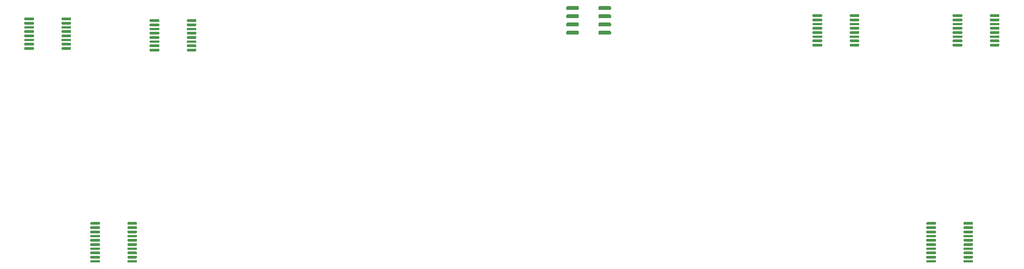
<source format=gbp>
G04 #@! TF.GenerationSoftware,KiCad,Pcbnew,5.1.10*
G04 #@! TF.CreationDate,2021-06-20T21:29:18-04:00*
G04 #@! TF.ProjectId,EVE-PCB-V4,4556452d-5043-4422-9d56-342e6b696361,rev?*
G04 #@! TF.SameCoordinates,Original*
G04 #@! TF.FileFunction,Paste,Bot*
G04 #@! TF.FilePolarity,Positive*
%FSLAX46Y46*%
G04 Gerber Fmt 4.6, Leading zero omitted, Abs format (unit mm)*
G04 Created by KiCad (PCBNEW 5.1.10) date 2021-06-20 21:29:18*
%MOMM*%
%LPD*%
G01*
G04 APERTURE LIST*
G04 APERTURE END LIST*
G36*
G01*
X150220000Y-48283000D02*
X150220000Y-47983000D01*
G75*
G02*
X150370000Y-47833000I150000J0D01*
G01*
X152020000Y-47833000D01*
G75*
G02*
X152170000Y-47983000I0J-150000D01*
G01*
X152170000Y-48283000D01*
G75*
G02*
X152020000Y-48433000I-150000J0D01*
G01*
X150370000Y-48433000D01*
G75*
G02*
X150220000Y-48283000I0J150000D01*
G01*
G37*
G36*
G01*
X150220000Y-47013000D02*
X150220000Y-46713000D01*
G75*
G02*
X150370000Y-46563000I150000J0D01*
G01*
X152020000Y-46563000D01*
G75*
G02*
X152170000Y-46713000I0J-150000D01*
G01*
X152170000Y-47013000D01*
G75*
G02*
X152020000Y-47163000I-150000J0D01*
G01*
X150370000Y-47163000D01*
G75*
G02*
X150220000Y-47013000I0J150000D01*
G01*
G37*
G36*
G01*
X150220000Y-45743000D02*
X150220000Y-45443000D01*
G75*
G02*
X150370000Y-45293000I150000J0D01*
G01*
X152020000Y-45293000D01*
G75*
G02*
X152170000Y-45443000I0J-150000D01*
G01*
X152170000Y-45743000D01*
G75*
G02*
X152020000Y-45893000I-150000J0D01*
G01*
X150370000Y-45893000D01*
G75*
G02*
X150220000Y-45743000I0J150000D01*
G01*
G37*
G36*
G01*
X150220000Y-44473000D02*
X150220000Y-44173000D01*
G75*
G02*
X150370000Y-44023000I150000J0D01*
G01*
X152020000Y-44023000D01*
G75*
G02*
X152170000Y-44173000I0J-150000D01*
G01*
X152170000Y-44473000D01*
G75*
G02*
X152020000Y-44623000I-150000J0D01*
G01*
X150370000Y-44623000D01*
G75*
G02*
X150220000Y-44473000I0J150000D01*
G01*
G37*
G36*
G01*
X155170000Y-44473000D02*
X155170000Y-44173000D01*
G75*
G02*
X155320000Y-44023000I150000J0D01*
G01*
X156970000Y-44023000D01*
G75*
G02*
X157120000Y-44173000I0J-150000D01*
G01*
X157120000Y-44473000D01*
G75*
G02*
X156970000Y-44623000I-150000J0D01*
G01*
X155320000Y-44623000D01*
G75*
G02*
X155170000Y-44473000I0J150000D01*
G01*
G37*
G36*
G01*
X155170000Y-45743000D02*
X155170000Y-45443000D01*
G75*
G02*
X155320000Y-45293000I150000J0D01*
G01*
X156970000Y-45293000D01*
G75*
G02*
X157120000Y-45443000I0J-150000D01*
G01*
X157120000Y-45743000D01*
G75*
G02*
X156970000Y-45893000I-150000J0D01*
G01*
X155320000Y-45893000D01*
G75*
G02*
X155170000Y-45743000I0J150000D01*
G01*
G37*
G36*
G01*
X155170000Y-47013000D02*
X155170000Y-46713000D01*
G75*
G02*
X155320000Y-46563000I150000J0D01*
G01*
X156970000Y-46563000D01*
G75*
G02*
X157120000Y-46713000I0J-150000D01*
G01*
X157120000Y-47013000D01*
G75*
G02*
X156970000Y-47163000I-150000J0D01*
G01*
X155320000Y-47163000D01*
G75*
G02*
X155170000Y-47013000I0J150000D01*
G01*
G37*
G36*
G01*
X155170000Y-48283000D02*
X155170000Y-47983000D01*
G75*
G02*
X155320000Y-47833000I150000J0D01*
G01*
X156970000Y-47833000D01*
G75*
G02*
X157120000Y-47983000I0J-150000D01*
G01*
X157120000Y-48283000D01*
G75*
G02*
X156970000Y-48433000I-150000J0D01*
G01*
X155320000Y-48433000D01*
G75*
G02*
X155170000Y-48283000I0J150000D01*
G01*
G37*
G36*
G01*
X66758000Y-50635000D02*
X66758000Y-50435000D01*
G75*
G02*
X66858000Y-50335000I100000J0D01*
G01*
X68133000Y-50335000D01*
G75*
G02*
X68233000Y-50435000I0J-100000D01*
G01*
X68233000Y-50635000D01*
G75*
G02*
X68133000Y-50735000I-100000J0D01*
G01*
X66858000Y-50735000D01*
G75*
G02*
X66758000Y-50635000I0J100000D01*
G01*
G37*
G36*
G01*
X66758000Y-49985000D02*
X66758000Y-49785000D01*
G75*
G02*
X66858000Y-49685000I100000J0D01*
G01*
X68133000Y-49685000D01*
G75*
G02*
X68233000Y-49785000I0J-100000D01*
G01*
X68233000Y-49985000D01*
G75*
G02*
X68133000Y-50085000I-100000J0D01*
G01*
X66858000Y-50085000D01*
G75*
G02*
X66758000Y-49985000I0J100000D01*
G01*
G37*
G36*
G01*
X66758000Y-49335000D02*
X66758000Y-49135000D01*
G75*
G02*
X66858000Y-49035000I100000J0D01*
G01*
X68133000Y-49035000D01*
G75*
G02*
X68233000Y-49135000I0J-100000D01*
G01*
X68233000Y-49335000D01*
G75*
G02*
X68133000Y-49435000I-100000J0D01*
G01*
X66858000Y-49435000D01*
G75*
G02*
X66758000Y-49335000I0J100000D01*
G01*
G37*
G36*
G01*
X66758000Y-48685000D02*
X66758000Y-48485000D01*
G75*
G02*
X66858000Y-48385000I100000J0D01*
G01*
X68133000Y-48385000D01*
G75*
G02*
X68233000Y-48485000I0J-100000D01*
G01*
X68233000Y-48685000D01*
G75*
G02*
X68133000Y-48785000I-100000J0D01*
G01*
X66858000Y-48785000D01*
G75*
G02*
X66758000Y-48685000I0J100000D01*
G01*
G37*
G36*
G01*
X66758000Y-48035000D02*
X66758000Y-47835000D01*
G75*
G02*
X66858000Y-47735000I100000J0D01*
G01*
X68133000Y-47735000D01*
G75*
G02*
X68233000Y-47835000I0J-100000D01*
G01*
X68233000Y-48035000D01*
G75*
G02*
X68133000Y-48135000I-100000J0D01*
G01*
X66858000Y-48135000D01*
G75*
G02*
X66758000Y-48035000I0J100000D01*
G01*
G37*
G36*
G01*
X66758000Y-47385000D02*
X66758000Y-47185000D01*
G75*
G02*
X66858000Y-47085000I100000J0D01*
G01*
X68133000Y-47085000D01*
G75*
G02*
X68233000Y-47185000I0J-100000D01*
G01*
X68233000Y-47385000D01*
G75*
G02*
X68133000Y-47485000I-100000J0D01*
G01*
X66858000Y-47485000D01*
G75*
G02*
X66758000Y-47385000I0J100000D01*
G01*
G37*
G36*
G01*
X66758000Y-46735000D02*
X66758000Y-46535000D01*
G75*
G02*
X66858000Y-46435000I100000J0D01*
G01*
X68133000Y-46435000D01*
G75*
G02*
X68233000Y-46535000I0J-100000D01*
G01*
X68233000Y-46735000D01*
G75*
G02*
X68133000Y-46835000I-100000J0D01*
G01*
X66858000Y-46835000D01*
G75*
G02*
X66758000Y-46735000I0J100000D01*
G01*
G37*
G36*
G01*
X66758000Y-46085000D02*
X66758000Y-45885000D01*
G75*
G02*
X66858000Y-45785000I100000J0D01*
G01*
X68133000Y-45785000D01*
G75*
G02*
X68233000Y-45885000I0J-100000D01*
G01*
X68233000Y-46085000D01*
G75*
G02*
X68133000Y-46185000I-100000J0D01*
G01*
X66858000Y-46185000D01*
G75*
G02*
X66758000Y-46085000I0J100000D01*
G01*
G37*
G36*
G01*
X72483000Y-46085000D02*
X72483000Y-45885000D01*
G75*
G02*
X72583000Y-45785000I100000J0D01*
G01*
X73858000Y-45785000D01*
G75*
G02*
X73958000Y-45885000I0J-100000D01*
G01*
X73958000Y-46085000D01*
G75*
G02*
X73858000Y-46185000I-100000J0D01*
G01*
X72583000Y-46185000D01*
G75*
G02*
X72483000Y-46085000I0J100000D01*
G01*
G37*
G36*
G01*
X72483000Y-46735000D02*
X72483000Y-46535000D01*
G75*
G02*
X72583000Y-46435000I100000J0D01*
G01*
X73858000Y-46435000D01*
G75*
G02*
X73958000Y-46535000I0J-100000D01*
G01*
X73958000Y-46735000D01*
G75*
G02*
X73858000Y-46835000I-100000J0D01*
G01*
X72583000Y-46835000D01*
G75*
G02*
X72483000Y-46735000I0J100000D01*
G01*
G37*
G36*
G01*
X72483000Y-47385000D02*
X72483000Y-47185000D01*
G75*
G02*
X72583000Y-47085000I100000J0D01*
G01*
X73858000Y-47085000D01*
G75*
G02*
X73958000Y-47185000I0J-100000D01*
G01*
X73958000Y-47385000D01*
G75*
G02*
X73858000Y-47485000I-100000J0D01*
G01*
X72583000Y-47485000D01*
G75*
G02*
X72483000Y-47385000I0J100000D01*
G01*
G37*
G36*
G01*
X72483000Y-48035000D02*
X72483000Y-47835000D01*
G75*
G02*
X72583000Y-47735000I100000J0D01*
G01*
X73858000Y-47735000D01*
G75*
G02*
X73958000Y-47835000I0J-100000D01*
G01*
X73958000Y-48035000D01*
G75*
G02*
X73858000Y-48135000I-100000J0D01*
G01*
X72583000Y-48135000D01*
G75*
G02*
X72483000Y-48035000I0J100000D01*
G01*
G37*
G36*
G01*
X72483000Y-48685000D02*
X72483000Y-48485000D01*
G75*
G02*
X72583000Y-48385000I100000J0D01*
G01*
X73858000Y-48385000D01*
G75*
G02*
X73958000Y-48485000I0J-100000D01*
G01*
X73958000Y-48685000D01*
G75*
G02*
X73858000Y-48785000I-100000J0D01*
G01*
X72583000Y-48785000D01*
G75*
G02*
X72483000Y-48685000I0J100000D01*
G01*
G37*
G36*
G01*
X72483000Y-49335000D02*
X72483000Y-49135000D01*
G75*
G02*
X72583000Y-49035000I100000J0D01*
G01*
X73858000Y-49035000D01*
G75*
G02*
X73958000Y-49135000I0J-100000D01*
G01*
X73958000Y-49335000D01*
G75*
G02*
X73858000Y-49435000I-100000J0D01*
G01*
X72583000Y-49435000D01*
G75*
G02*
X72483000Y-49335000I0J100000D01*
G01*
G37*
G36*
G01*
X72483000Y-49985000D02*
X72483000Y-49785000D01*
G75*
G02*
X72583000Y-49685000I100000J0D01*
G01*
X73858000Y-49685000D01*
G75*
G02*
X73958000Y-49785000I0J-100000D01*
G01*
X73958000Y-49985000D01*
G75*
G02*
X73858000Y-50085000I-100000J0D01*
G01*
X72583000Y-50085000D01*
G75*
G02*
X72483000Y-49985000I0J100000D01*
G01*
G37*
G36*
G01*
X72483000Y-50635000D02*
X72483000Y-50435000D01*
G75*
G02*
X72583000Y-50335000I100000J0D01*
G01*
X73858000Y-50335000D01*
G75*
G02*
X73958000Y-50435000I0J-100000D01*
G01*
X73958000Y-50635000D01*
G75*
G02*
X73858000Y-50735000I-100000J0D01*
G01*
X72583000Y-50735000D01*
G75*
G02*
X72483000Y-50635000I0J100000D01*
G01*
G37*
G36*
G01*
X188170000Y-50127000D02*
X188170000Y-49927000D01*
G75*
G02*
X188270000Y-49827000I100000J0D01*
G01*
X189545000Y-49827000D01*
G75*
G02*
X189645000Y-49927000I0J-100000D01*
G01*
X189645000Y-50127000D01*
G75*
G02*
X189545000Y-50227000I-100000J0D01*
G01*
X188270000Y-50227000D01*
G75*
G02*
X188170000Y-50127000I0J100000D01*
G01*
G37*
G36*
G01*
X188170000Y-49477000D02*
X188170000Y-49277000D01*
G75*
G02*
X188270000Y-49177000I100000J0D01*
G01*
X189545000Y-49177000D01*
G75*
G02*
X189645000Y-49277000I0J-100000D01*
G01*
X189645000Y-49477000D01*
G75*
G02*
X189545000Y-49577000I-100000J0D01*
G01*
X188270000Y-49577000D01*
G75*
G02*
X188170000Y-49477000I0J100000D01*
G01*
G37*
G36*
G01*
X188170000Y-48827000D02*
X188170000Y-48627000D01*
G75*
G02*
X188270000Y-48527000I100000J0D01*
G01*
X189545000Y-48527000D01*
G75*
G02*
X189645000Y-48627000I0J-100000D01*
G01*
X189645000Y-48827000D01*
G75*
G02*
X189545000Y-48927000I-100000J0D01*
G01*
X188270000Y-48927000D01*
G75*
G02*
X188170000Y-48827000I0J100000D01*
G01*
G37*
G36*
G01*
X188170000Y-48177000D02*
X188170000Y-47977000D01*
G75*
G02*
X188270000Y-47877000I100000J0D01*
G01*
X189545000Y-47877000D01*
G75*
G02*
X189645000Y-47977000I0J-100000D01*
G01*
X189645000Y-48177000D01*
G75*
G02*
X189545000Y-48277000I-100000J0D01*
G01*
X188270000Y-48277000D01*
G75*
G02*
X188170000Y-48177000I0J100000D01*
G01*
G37*
G36*
G01*
X188170000Y-47527000D02*
X188170000Y-47327000D01*
G75*
G02*
X188270000Y-47227000I100000J0D01*
G01*
X189545000Y-47227000D01*
G75*
G02*
X189645000Y-47327000I0J-100000D01*
G01*
X189645000Y-47527000D01*
G75*
G02*
X189545000Y-47627000I-100000J0D01*
G01*
X188270000Y-47627000D01*
G75*
G02*
X188170000Y-47527000I0J100000D01*
G01*
G37*
G36*
G01*
X188170000Y-46877000D02*
X188170000Y-46677000D01*
G75*
G02*
X188270000Y-46577000I100000J0D01*
G01*
X189545000Y-46577000D01*
G75*
G02*
X189645000Y-46677000I0J-100000D01*
G01*
X189645000Y-46877000D01*
G75*
G02*
X189545000Y-46977000I-100000J0D01*
G01*
X188270000Y-46977000D01*
G75*
G02*
X188170000Y-46877000I0J100000D01*
G01*
G37*
G36*
G01*
X188170000Y-46227000D02*
X188170000Y-46027000D01*
G75*
G02*
X188270000Y-45927000I100000J0D01*
G01*
X189545000Y-45927000D01*
G75*
G02*
X189645000Y-46027000I0J-100000D01*
G01*
X189645000Y-46227000D01*
G75*
G02*
X189545000Y-46327000I-100000J0D01*
G01*
X188270000Y-46327000D01*
G75*
G02*
X188170000Y-46227000I0J100000D01*
G01*
G37*
G36*
G01*
X188170000Y-45577000D02*
X188170000Y-45377000D01*
G75*
G02*
X188270000Y-45277000I100000J0D01*
G01*
X189545000Y-45277000D01*
G75*
G02*
X189645000Y-45377000I0J-100000D01*
G01*
X189645000Y-45577000D01*
G75*
G02*
X189545000Y-45677000I-100000J0D01*
G01*
X188270000Y-45677000D01*
G75*
G02*
X188170000Y-45577000I0J100000D01*
G01*
G37*
G36*
G01*
X193895000Y-45577000D02*
X193895000Y-45377000D01*
G75*
G02*
X193995000Y-45277000I100000J0D01*
G01*
X195270000Y-45277000D01*
G75*
G02*
X195370000Y-45377000I0J-100000D01*
G01*
X195370000Y-45577000D01*
G75*
G02*
X195270000Y-45677000I-100000J0D01*
G01*
X193995000Y-45677000D01*
G75*
G02*
X193895000Y-45577000I0J100000D01*
G01*
G37*
G36*
G01*
X193895000Y-46227000D02*
X193895000Y-46027000D01*
G75*
G02*
X193995000Y-45927000I100000J0D01*
G01*
X195270000Y-45927000D01*
G75*
G02*
X195370000Y-46027000I0J-100000D01*
G01*
X195370000Y-46227000D01*
G75*
G02*
X195270000Y-46327000I-100000J0D01*
G01*
X193995000Y-46327000D01*
G75*
G02*
X193895000Y-46227000I0J100000D01*
G01*
G37*
G36*
G01*
X193895000Y-46877000D02*
X193895000Y-46677000D01*
G75*
G02*
X193995000Y-46577000I100000J0D01*
G01*
X195270000Y-46577000D01*
G75*
G02*
X195370000Y-46677000I0J-100000D01*
G01*
X195370000Y-46877000D01*
G75*
G02*
X195270000Y-46977000I-100000J0D01*
G01*
X193995000Y-46977000D01*
G75*
G02*
X193895000Y-46877000I0J100000D01*
G01*
G37*
G36*
G01*
X193895000Y-47527000D02*
X193895000Y-47327000D01*
G75*
G02*
X193995000Y-47227000I100000J0D01*
G01*
X195270000Y-47227000D01*
G75*
G02*
X195370000Y-47327000I0J-100000D01*
G01*
X195370000Y-47527000D01*
G75*
G02*
X195270000Y-47627000I-100000J0D01*
G01*
X193995000Y-47627000D01*
G75*
G02*
X193895000Y-47527000I0J100000D01*
G01*
G37*
G36*
G01*
X193895000Y-48177000D02*
X193895000Y-47977000D01*
G75*
G02*
X193995000Y-47877000I100000J0D01*
G01*
X195270000Y-47877000D01*
G75*
G02*
X195370000Y-47977000I0J-100000D01*
G01*
X195370000Y-48177000D01*
G75*
G02*
X195270000Y-48277000I-100000J0D01*
G01*
X193995000Y-48277000D01*
G75*
G02*
X193895000Y-48177000I0J100000D01*
G01*
G37*
G36*
G01*
X193895000Y-48827000D02*
X193895000Y-48627000D01*
G75*
G02*
X193995000Y-48527000I100000J0D01*
G01*
X195270000Y-48527000D01*
G75*
G02*
X195370000Y-48627000I0J-100000D01*
G01*
X195370000Y-48827000D01*
G75*
G02*
X195270000Y-48927000I-100000J0D01*
G01*
X193995000Y-48927000D01*
G75*
G02*
X193895000Y-48827000I0J100000D01*
G01*
G37*
G36*
G01*
X193895000Y-49477000D02*
X193895000Y-49277000D01*
G75*
G02*
X193995000Y-49177000I100000J0D01*
G01*
X195270000Y-49177000D01*
G75*
G02*
X195370000Y-49277000I0J-100000D01*
G01*
X195370000Y-49477000D01*
G75*
G02*
X195270000Y-49577000I-100000J0D01*
G01*
X193995000Y-49577000D01*
G75*
G02*
X193895000Y-49477000I0J100000D01*
G01*
G37*
G36*
G01*
X193895000Y-50127000D02*
X193895000Y-49927000D01*
G75*
G02*
X193995000Y-49827000I100000J0D01*
G01*
X195270000Y-49827000D01*
G75*
G02*
X195370000Y-49927000I0J-100000D01*
G01*
X195370000Y-50127000D01*
G75*
G02*
X195270000Y-50227000I-100000J0D01*
G01*
X193995000Y-50227000D01*
G75*
G02*
X193895000Y-50127000I0J100000D01*
G01*
G37*
G36*
G01*
X91787000Y-50889000D02*
X91787000Y-50689000D01*
G75*
G02*
X91887000Y-50589000I100000J0D01*
G01*
X93162000Y-50589000D01*
G75*
G02*
X93262000Y-50689000I0J-100000D01*
G01*
X93262000Y-50889000D01*
G75*
G02*
X93162000Y-50989000I-100000J0D01*
G01*
X91887000Y-50989000D01*
G75*
G02*
X91787000Y-50889000I0J100000D01*
G01*
G37*
G36*
G01*
X91787000Y-50239000D02*
X91787000Y-50039000D01*
G75*
G02*
X91887000Y-49939000I100000J0D01*
G01*
X93162000Y-49939000D01*
G75*
G02*
X93262000Y-50039000I0J-100000D01*
G01*
X93262000Y-50239000D01*
G75*
G02*
X93162000Y-50339000I-100000J0D01*
G01*
X91887000Y-50339000D01*
G75*
G02*
X91787000Y-50239000I0J100000D01*
G01*
G37*
G36*
G01*
X91787000Y-49589000D02*
X91787000Y-49389000D01*
G75*
G02*
X91887000Y-49289000I100000J0D01*
G01*
X93162000Y-49289000D01*
G75*
G02*
X93262000Y-49389000I0J-100000D01*
G01*
X93262000Y-49589000D01*
G75*
G02*
X93162000Y-49689000I-100000J0D01*
G01*
X91887000Y-49689000D01*
G75*
G02*
X91787000Y-49589000I0J100000D01*
G01*
G37*
G36*
G01*
X91787000Y-48939000D02*
X91787000Y-48739000D01*
G75*
G02*
X91887000Y-48639000I100000J0D01*
G01*
X93162000Y-48639000D01*
G75*
G02*
X93262000Y-48739000I0J-100000D01*
G01*
X93262000Y-48939000D01*
G75*
G02*
X93162000Y-49039000I-100000J0D01*
G01*
X91887000Y-49039000D01*
G75*
G02*
X91787000Y-48939000I0J100000D01*
G01*
G37*
G36*
G01*
X91787000Y-48289000D02*
X91787000Y-48089000D01*
G75*
G02*
X91887000Y-47989000I100000J0D01*
G01*
X93162000Y-47989000D01*
G75*
G02*
X93262000Y-48089000I0J-100000D01*
G01*
X93262000Y-48289000D01*
G75*
G02*
X93162000Y-48389000I-100000J0D01*
G01*
X91887000Y-48389000D01*
G75*
G02*
X91787000Y-48289000I0J100000D01*
G01*
G37*
G36*
G01*
X91787000Y-47639000D02*
X91787000Y-47439000D01*
G75*
G02*
X91887000Y-47339000I100000J0D01*
G01*
X93162000Y-47339000D01*
G75*
G02*
X93262000Y-47439000I0J-100000D01*
G01*
X93262000Y-47639000D01*
G75*
G02*
X93162000Y-47739000I-100000J0D01*
G01*
X91887000Y-47739000D01*
G75*
G02*
X91787000Y-47639000I0J100000D01*
G01*
G37*
G36*
G01*
X91787000Y-46989000D02*
X91787000Y-46789000D01*
G75*
G02*
X91887000Y-46689000I100000J0D01*
G01*
X93162000Y-46689000D01*
G75*
G02*
X93262000Y-46789000I0J-100000D01*
G01*
X93262000Y-46989000D01*
G75*
G02*
X93162000Y-47089000I-100000J0D01*
G01*
X91887000Y-47089000D01*
G75*
G02*
X91787000Y-46989000I0J100000D01*
G01*
G37*
G36*
G01*
X91787000Y-46339000D02*
X91787000Y-46139000D01*
G75*
G02*
X91887000Y-46039000I100000J0D01*
G01*
X93162000Y-46039000D01*
G75*
G02*
X93262000Y-46139000I0J-100000D01*
G01*
X93262000Y-46339000D01*
G75*
G02*
X93162000Y-46439000I-100000J0D01*
G01*
X91887000Y-46439000D01*
G75*
G02*
X91787000Y-46339000I0J100000D01*
G01*
G37*
G36*
G01*
X86062000Y-46339000D02*
X86062000Y-46139000D01*
G75*
G02*
X86162000Y-46039000I100000J0D01*
G01*
X87437000Y-46039000D01*
G75*
G02*
X87537000Y-46139000I0J-100000D01*
G01*
X87537000Y-46339000D01*
G75*
G02*
X87437000Y-46439000I-100000J0D01*
G01*
X86162000Y-46439000D01*
G75*
G02*
X86062000Y-46339000I0J100000D01*
G01*
G37*
G36*
G01*
X86062000Y-46989000D02*
X86062000Y-46789000D01*
G75*
G02*
X86162000Y-46689000I100000J0D01*
G01*
X87437000Y-46689000D01*
G75*
G02*
X87537000Y-46789000I0J-100000D01*
G01*
X87537000Y-46989000D01*
G75*
G02*
X87437000Y-47089000I-100000J0D01*
G01*
X86162000Y-47089000D01*
G75*
G02*
X86062000Y-46989000I0J100000D01*
G01*
G37*
G36*
G01*
X86062000Y-47639000D02*
X86062000Y-47439000D01*
G75*
G02*
X86162000Y-47339000I100000J0D01*
G01*
X87437000Y-47339000D01*
G75*
G02*
X87537000Y-47439000I0J-100000D01*
G01*
X87537000Y-47639000D01*
G75*
G02*
X87437000Y-47739000I-100000J0D01*
G01*
X86162000Y-47739000D01*
G75*
G02*
X86062000Y-47639000I0J100000D01*
G01*
G37*
G36*
G01*
X86062000Y-48289000D02*
X86062000Y-48089000D01*
G75*
G02*
X86162000Y-47989000I100000J0D01*
G01*
X87437000Y-47989000D01*
G75*
G02*
X87537000Y-48089000I0J-100000D01*
G01*
X87537000Y-48289000D01*
G75*
G02*
X87437000Y-48389000I-100000J0D01*
G01*
X86162000Y-48389000D01*
G75*
G02*
X86062000Y-48289000I0J100000D01*
G01*
G37*
G36*
G01*
X86062000Y-48939000D02*
X86062000Y-48739000D01*
G75*
G02*
X86162000Y-48639000I100000J0D01*
G01*
X87437000Y-48639000D01*
G75*
G02*
X87537000Y-48739000I0J-100000D01*
G01*
X87537000Y-48939000D01*
G75*
G02*
X87437000Y-49039000I-100000J0D01*
G01*
X86162000Y-49039000D01*
G75*
G02*
X86062000Y-48939000I0J100000D01*
G01*
G37*
G36*
G01*
X86062000Y-49589000D02*
X86062000Y-49389000D01*
G75*
G02*
X86162000Y-49289000I100000J0D01*
G01*
X87437000Y-49289000D01*
G75*
G02*
X87537000Y-49389000I0J-100000D01*
G01*
X87537000Y-49589000D01*
G75*
G02*
X87437000Y-49689000I-100000J0D01*
G01*
X86162000Y-49689000D01*
G75*
G02*
X86062000Y-49589000I0J100000D01*
G01*
G37*
G36*
G01*
X86062000Y-50239000D02*
X86062000Y-50039000D01*
G75*
G02*
X86162000Y-49939000I100000J0D01*
G01*
X87437000Y-49939000D01*
G75*
G02*
X87537000Y-50039000I0J-100000D01*
G01*
X87537000Y-50239000D01*
G75*
G02*
X87437000Y-50339000I-100000J0D01*
G01*
X86162000Y-50339000D01*
G75*
G02*
X86062000Y-50239000I0J100000D01*
G01*
G37*
G36*
G01*
X86062000Y-50889000D02*
X86062000Y-50689000D01*
G75*
G02*
X86162000Y-50589000I100000J0D01*
G01*
X87437000Y-50589000D01*
G75*
G02*
X87537000Y-50689000I0J-100000D01*
G01*
X87537000Y-50889000D01*
G75*
G02*
X87437000Y-50989000I-100000J0D01*
G01*
X86162000Y-50989000D01*
G75*
G02*
X86062000Y-50889000I0J100000D01*
G01*
G37*
G36*
G01*
X215485000Y-50127000D02*
X215485000Y-49927000D01*
G75*
G02*
X215585000Y-49827000I100000J0D01*
G01*
X216860000Y-49827000D01*
G75*
G02*
X216960000Y-49927000I0J-100000D01*
G01*
X216960000Y-50127000D01*
G75*
G02*
X216860000Y-50227000I-100000J0D01*
G01*
X215585000Y-50227000D01*
G75*
G02*
X215485000Y-50127000I0J100000D01*
G01*
G37*
G36*
G01*
X215485000Y-49477000D02*
X215485000Y-49277000D01*
G75*
G02*
X215585000Y-49177000I100000J0D01*
G01*
X216860000Y-49177000D01*
G75*
G02*
X216960000Y-49277000I0J-100000D01*
G01*
X216960000Y-49477000D01*
G75*
G02*
X216860000Y-49577000I-100000J0D01*
G01*
X215585000Y-49577000D01*
G75*
G02*
X215485000Y-49477000I0J100000D01*
G01*
G37*
G36*
G01*
X215485000Y-48827000D02*
X215485000Y-48627000D01*
G75*
G02*
X215585000Y-48527000I100000J0D01*
G01*
X216860000Y-48527000D01*
G75*
G02*
X216960000Y-48627000I0J-100000D01*
G01*
X216960000Y-48827000D01*
G75*
G02*
X216860000Y-48927000I-100000J0D01*
G01*
X215585000Y-48927000D01*
G75*
G02*
X215485000Y-48827000I0J100000D01*
G01*
G37*
G36*
G01*
X215485000Y-48177000D02*
X215485000Y-47977000D01*
G75*
G02*
X215585000Y-47877000I100000J0D01*
G01*
X216860000Y-47877000D01*
G75*
G02*
X216960000Y-47977000I0J-100000D01*
G01*
X216960000Y-48177000D01*
G75*
G02*
X216860000Y-48277000I-100000J0D01*
G01*
X215585000Y-48277000D01*
G75*
G02*
X215485000Y-48177000I0J100000D01*
G01*
G37*
G36*
G01*
X215485000Y-47527000D02*
X215485000Y-47327000D01*
G75*
G02*
X215585000Y-47227000I100000J0D01*
G01*
X216860000Y-47227000D01*
G75*
G02*
X216960000Y-47327000I0J-100000D01*
G01*
X216960000Y-47527000D01*
G75*
G02*
X216860000Y-47627000I-100000J0D01*
G01*
X215585000Y-47627000D01*
G75*
G02*
X215485000Y-47527000I0J100000D01*
G01*
G37*
G36*
G01*
X215485000Y-46877000D02*
X215485000Y-46677000D01*
G75*
G02*
X215585000Y-46577000I100000J0D01*
G01*
X216860000Y-46577000D01*
G75*
G02*
X216960000Y-46677000I0J-100000D01*
G01*
X216960000Y-46877000D01*
G75*
G02*
X216860000Y-46977000I-100000J0D01*
G01*
X215585000Y-46977000D01*
G75*
G02*
X215485000Y-46877000I0J100000D01*
G01*
G37*
G36*
G01*
X215485000Y-46227000D02*
X215485000Y-46027000D01*
G75*
G02*
X215585000Y-45927000I100000J0D01*
G01*
X216860000Y-45927000D01*
G75*
G02*
X216960000Y-46027000I0J-100000D01*
G01*
X216960000Y-46227000D01*
G75*
G02*
X216860000Y-46327000I-100000J0D01*
G01*
X215585000Y-46327000D01*
G75*
G02*
X215485000Y-46227000I0J100000D01*
G01*
G37*
G36*
G01*
X215485000Y-45577000D02*
X215485000Y-45377000D01*
G75*
G02*
X215585000Y-45277000I100000J0D01*
G01*
X216860000Y-45277000D01*
G75*
G02*
X216960000Y-45377000I0J-100000D01*
G01*
X216960000Y-45577000D01*
G75*
G02*
X216860000Y-45677000I-100000J0D01*
G01*
X215585000Y-45677000D01*
G75*
G02*
X215485000Y-45577000I0J100000D01*
G01*
G37*
G36*
G01*
X209760000Y-45577000D02*
X209760000Y-45377000D01*
G75*
G02*
X209860000Y-45277000I100000J0D01*
G01*
X211135000Y-45277000D01*
G75*
G02*
X211235000Y-45377000I0J-100000D01*
G01*
X211235000Y-45577000D01*
G75*
G02*
X211135000Y-45677000I-100000J0D01*
G01*
X209860000Y-45677000D01*
G75*
G02*
X209760000Y-45577000I0J100000D01*
G01*
G37*
G36*
G01*
X209760000Y-46227000D02*
X209760000Y-46027000D01*
G75*
G02*
X209860000Y-45927000I100000J0D01*
G01*
X211135000Y-45927000D01*
G75*
G02*
X211235000Y-46027000I0J-100000D01*
G01*
X211235000Y-46227000D01*
G75*
G02*
X211135000Y-46327000I-100000J0D01*
G01*
X209860000Y-46327000D01*
G75*
G02*
X209760000Y-46227000I0J100000D01*
G01*
G37*
G36*
G01*
X209760000Y-46877000D02*
X209760000Y-46677000D01*
G75*
G02*
X209860000Y-46577000I100000J0D01*
G01*
X211135000Y-46577000D01*
G75*
G02*
X211235000Y-46677000I0J-100000D01*
G01*
X211235000Y-46877000D01*
G75*
G02*
X211135000Y-46977000I-100000J0D01*
G01*
X209860000Y-46977000D01*
G75*
G02*
X209760000Y-46877000I0J100000D01*
G01*
G37*
G36*
G01*
X209760000Y-47527000D02*
X209760000Y-47327000D01*
G75*
G02*
X209860000Y-47227000I100000J0D01*
G01*
X211135000Y-47227000D01*
G75*
G02*
X211235000Y-47327000I0J-100000D01*
G01*
X211235000Y-47527000D01*
G75*
G02*
X211135000Y-47627000I-100000J0D01*
G01*
X209860000Y-47627000D01*
G75*
G02*
X209760000Y-47527000I0J100000D01*
G01*
G37*
G36*
G01*
X209760000Y-48177000D02*
X209760000Y-47977000D01*
G75*
G02*
X209860000Y-47877000I100000J0D01*
G01*
X211135000Y-47877000D01*
G75*
G02*
X211235000Y-47977000I0J-100000D01*
G01*
X211235000Y-48177000D01*
G75*
G02*
X211135000Y-48277000I-100000J0D01*
G01*
X209860000Y-48277000D01*
G75*
G02*
X209760000Y-48177000I0J100000D01*
G01*
G37*
G36*
G01*
X209760000Y-48827000D02*
X209760000Y-48627000D01*
G75*
G02*
X209860000Y-48527000I100000J0D01*
G01*
X211135000Y-48527000D01*
G75*
G02*
X211235000Y-48627000I0J-100000D01*
G01*
X211235000Y-48827000D01*
G75*
G02*
X211135000Y-48927000I-100000J0D01*
G01*
X209860000Y-48927000D01*
G75*
G02*
X209760000Y-48827000I0J100000D01*
G01*
G37*
G36*
G01*
X209760000Y-49477000D02*
X209760000Y-49277000D01*
G75*
G02*
X209860000Y-49177000I100000J0D01*
G01*
X211135000Y-49177000D01*
G75*
G02*
X211235000Y-49277000I0J-100000D01*
G01*
X211235000Y-49477000D01*
G75*
G02*
X211135000Y-49577000I-100000J0D01*
G01*
X209860000Y-49577000D01*
G75*
G02*
X209760000Y-49477000I0J100000D01*
G01*
G37*
G36*
G01*
X209760000Y-50127000D02*
X209760000Y-49927000D01*
G75*
G02*
X209860000Y-49827000I100000J0D01*
G01*
X211135000Y-49827000D01*
G75*
G02*
X211235000Y-49927000I0J-100000D01*
G01*
X211235000Y-50127000D01*
G75*
G02*
X211135000Y-50227000I-100000J0D01*
G01*
X209860000Y-50227000D01*
G75*
G02*
X209760000Y-50127000I0J100000D01*
G01*
G37*
G36*
G01*
X76918000Y-83543000D02*
X76918000Y-83343000D01*
G75*
G02*
X77018000Y-83243000I100000J0D01*
G01*
X78293000Y-83243000D01*
G75*
G02*
X78393000Y-83343000I0J-100000D01*
G01*
X78393000Y-83543000D01*
G75*
G02*
X78293000Y-83643000I-100000J0D01*
G01*
X77018000Y-83643000D01*
G75*
G02*
X76918000Y-83543000I0J100000D01*
G01*
G37*
G36*
G01*
X76918000Y-82893000D02*
X76918000Y-82693000D01*
G75*
G02*
X77018000Y-82593000I100000J0D01*
G01*
X78293000Y-82593000D01*
G75*
G02*
X78393000Y-82693000I0J-100000D01*
G01*
X78393000Y-82893000D01*
G75*
G02*
X78293000Y-82993000I-100000J0D01*
G01*
X77018000Y-82993000D01*
G75*
G02*
X76918000Y-82893000I0J100000D01*
G01*
G37*
G36*
G01*
X76918000Y-82243000D02*
X76918000Y-82043000D01*
G75*
G02*
X77018000Y-81943000I100000J0D01*
G01*
X78293000Y-81943000D01*
G75*
G02*
X78393000Y-82043000I0J-100000D01*
G01*
X78393000Y-82243000D01*
G75*
G02*
X78293000Y-82343000I-100000J0D01*
G01*
X77018000Y-82343000D01*
G75*
G02*
X76918000Y-82243000I0J100000D01*
G01*
G37*
G36*
G01*
X76918000Y-81593000D02*
X76918000Y-81393000D01*
G75*
G02*
X77018000Y-81293000I100000J0D01*
G01*
X78293000Y-81293000D01*
G75*
G02*
X78393000Y-81393000I0J-100000D01*
G01*
X78393000Y-81593000D01*
G75*
G02*
X78293000Y-81693000I-100000J0D01*
G01*
X77018000Y-81693000D01*
G75*
G02*
X76918000Y-81593000I0J100000D01*
G01*
G37*
G36*
G01*
X76918000Y-80943000D02*
X76918000Y-80743000D01*
G75*
G02*
X77018000Y-80643000I100000J0D01*
G01*
X78293000Y-80643000D01*
G75*
G02*
X78393000Y-80743000I0J-100000D01*
G01*
X78393000Y-80943000D01*
G75*
G02*
X78293000Y-81043000I-100000J0D01*
G01*
X77018000Y-81043000D01*
G75*
G02*
X76918000Y-80943000I0J100000D01*
G01*
G37*
G36*
G01*
X76918000Y-80293000D02*
X76918000Y-80093000D01*
G75*
G02*
X77018000Y-79993000I100000J0D01*
G01*
X78293000Y-79993000D01*
G75*
G02*
X78393000Y-80093000I0J-100000D01*
G01*
X78393000Y-80293000D01*
G75*
G02*
X78293000Y-80393000I-100000J0D01*
G01*
X77018000Y-80393000D01*
G75*
G02*
X76918000Y-80293000I0J100000D01*
G01*
G37*
G36*
G01*
X76918000Y-79643000D02*
X76918000Y-79443000D01*
G75*
G02*
X77018000Y-79343000I100000J0D01*
G01*
X78293000Y-79343000D01*
G75*
G02*
X78393000Y-79443000I0J-100000D01*
G01*
X78393000Y-79643000D01*
G75*
G02*
X78293000Y-79743000I-100000J0D01*
G01*
X77018000Y-79743000D01*
G75*
G02*
X76918000Y-79643000I0J100000D01*
G01*
G37*
G36*
G01*
X76918000Y-78993000D02*
X76918000Y-78793000D01*
G75*
G02*
X77018000Y-78693000I100000J0D01*
G01*
X78293000Y-78693000D01*
G75*
G02*
X78393000Y-78793000I0J-100000D01*
G01*
X78393000Y-78993000D01*
G75*
G02*
X78293000Y-79093000I-100000J0D01*
G01*
X77018000Y-79093000D01*
G75*
G02*
X76918000Y-78993000I0J100000D01*
G01*
G37*
G36*
G01*
X76918000Y-78343000D02*
X76918000Y-78143000D01*
G75*
G02*
X77018000Y-78043000I100000J0D01*
G01*
X78293000Y-78043000D01*
G75*
G02*
X78393000Y-78143000I0J-100000D01*
G01*
X78393000Y-78343000D01*
G75*
G02*
X78293000Y-78443000I-100000J0D01*
G01*
X77018000Y-78443000D01*
G75*
G02*
X76918000Y-78343000I0J100000D01*
G01*
G37*
G36*
G01*
X76918000Y-77693000D02*
X76918000Y-77493000D01*
G75*
G02*
X77018000Y-77393000I100000J0D01*
G01*
X78293000Y-77393000D01*
G75*
G02*
X78393000Y-77493000I0J-100000D01*
G01*
X78393000Y-77693000D01*
G75*
G02*
X78293000Y-77793000I-100000J0D01*
G01*
X77018000Y-77793000D01*
G75*
G02*
X76918000Y-77693000I0J100000D01*
G01*
G37*
G36*
G01*
X82643000Y-77693000D02*
X82643000Y-77493000D01*
G75*
G02*
X82743000Y-77393000I100000J0D01*
G01*
X84018000Y-77393000D01*
G75*
G02*
X84118000Y-77493000I0J-100000D01*
G01*
X84118000Y-77693000D01*
G75*
G02*
X84018000Y-77793000I-100000J0D01*
G01*
X82743000Y-77793000D01*
G75*
G02*
X82643000Y-77693000I0J100000D01*
G01*
G37*
G36*
G01*
X82643000Y-78343000D02*
X82643000Y-78143000D01*
G75*
G02*
X82743000Y-78043000I100000J0D01*
G01*
X84018000Y-78043000D01*
G75*
G02*
X84118000Y-78143000I0J-100000D01*
G01*
X84118000Y-78343000D01*
G75*
G02*
X84018000Y-78443000I-100000J0D01*
G01*
X82743000Y-78443000D01*
G75*
G02*
X82643000Y-78343000I0J100000D01*
G01*
G37*
G36*
G01*
X82643000Y-78993000D02*
X82643000Y-78793000D01*
G75*
G02*
X82743000Y-78693000I100000J0D01*
G01*
X84018000Y-78693000D01*
G75*
G02*
X84118000Y-78793000I0J-100000D01*
G01*
X84118000Y-78993000D01*
G75*
G02*
X84018000Y-79093000I-100000J0D01*
G01*
X82743000Y-79093000D01*
G75*
G02*
X82643000Y-78993000I0J100000D01*
G01*
G37*
G36*
G01*
X82643000Y-79643000D02*
X82643000Y-79443000D01*
G75*
G02*
X82743000Y-79343000I100000J0D01*
G01*
X84018000Y-79343000D01*
G75*
G02*
X84118000Y-79443000I0J-100000D01*
G01*
X84118000Y-79643000D01*
G75*
G02*
X84018000Y-79743000I-100000J0D01*
G01*
X82743000Y-79743000D01*
G75*
G02*
X82643000Y-79643000I0J100000D01*
G01*
G37*
G36*
G01*
X82643000Y-80293000D02*
X82643000Y-80093000D01*
G75*
G02*
X82743000Y-79993000I100000J0D01*
G01*
X84018000Y-79993000D01*
G75*
G02*
X84118000Y-80093000I0J-100000D01*
G01*
X84118000Y-80293000D01*
G75*
G02*
X84018000Y-80393000I-100000J0D01*
G01*
X82743000Y-80393000D01*
G75*
G02*
X82643000Y-80293000I0J100000D01*
G01*
G37*
G36*
G01*
X82643000Y-80943000D02*
X82643000Y-80743000D01*
G75*
G02*
X82743000Y-80643000I100000J0D01*
G01*
X84018000Y-80643000D01*
G75*
G02*
X84118000Y-80743000I0J-100000D01*
G01*
X84118000Y-80943000D01*
G75*
G02*
X84018000Y-81043000I-100000J0D01*
G01*
X82743000Y-81043000D01*
G75*
G02*
X82643000Y-80943000I0J100000D01*
G01*
G37*
G36*
G01*
X82643000Y-81593000D02*
X82643000Y-81393000D01*
G75*
G02*
X82743000Y-81293000I100000J0D01*
G01*
X84018000Y-81293000D01*
G75*
G02*
X84118000Y-81393000I0J-100000D01*
G01*
X84118000Y-81593000D01*
G75*
G02*
X84018000Y-81693000I-100000J0D01*
G01*
X82743000Y-81693000D01*
G75*
G02*
X82643000Y-81593000I0J100000D01*
G01*
G37*
G36*
G01*
X82643000Y-82243000D02*
X82643000Y-82043000D01*
G75*
G02*
X82743000Y-81943000I100000J0D01*
G01*
X84018000Y-81943000D01*
G75*
G02*
X84118000Y-82043000I0J-100000D01*
G01*
X84118000Y-82243000D01*
G75*
G02*
X84018000Y-82343000I-100000J0D01*
G01*
X82743000Y-82343000D01*
G75*
G02*
X82643000Y-82243000I0J100000D01*
G01*
G37*
G36*
G01*
X82643000Y-82893000D02*
X82643000Y-82693000D01*
G75*
G02*
X82743000Y-82593000I100000J0D01*
G01*
X84018000Y-82593000D01*
G75*
G02*
X84118000Y-82693000I0J-100000D01*
G01*
X84118000Y-82893000D01*
G75*
G02*
X84018000Y-82993000I-100000J0D01*
G01*
X82743000Y-82993000D01*
G75*
G02*
X82643000Y-82893000I0J100000D01*
G01*
G37*
G36*
G01*
X82643000Y-83543000D02*
X82643000Y-83343000D01*
G75*
G02*
X82743000Y-83243000I100000J0D01*
G01*
X84018000Y-83243000D01*
G75*
G02*
X84118000Y-83343000I0J-100000D01*
G01*
X84118000Y-83543000D01*
G75*
G02*
X84018000Y-83643000I-100000J0D01*
G01*
X82743000Y-83643000D01*
G75*
G02*
X82643000Y-83543000I0J100000D01*
G01*
G37*
G36*
G01*
X205696000Y-83543000D02*
X205696000Y-83343000D01*
G75*
G02*
X205796000Y-83243000I100000J0D01*
G01*
X207071000Y-83243000D01*
G75*
G02*
X207171000Y-83343000I0J-100000D01*
G01*
X207171000Y-83543000D01*
G75*
G02*
X207071000Y-83643000I-100000J0D01*
G01*
X205796000Y-83643000D01*
G75*
G02*
X205696000Y-83543000I0J100000D01*
G01*
G37*
G36*
G01*
X205696000Y-82893000D02*
X205696000Y-82693000D01*
G75*
G02*
X205796000Y-82593000I100000J0D01*
G01*
X207071000Y-82593000D01*
G75*
G02*
X207171000Y-82693000I0J-100000D01*
G01*
X207171000Y-82893000D01*
G75*
G02*
X207071000Y-82993000I-100000J0D01*
G01*
X205796000Y-82993000D01*
G75*
G02*
X205696000Y-82893000I0J100000D01*
G01*
G37*
G36*
G01*
X205696000Y-82243000D02*
X205696000Y-82043000D01*
G75*
G02*
X205796000Y-81943000I100000J0D01*
G01*
X207071000Y-81943000D01*
G75*
G02*
X207171000Y-82043000I0J-100000D01*
G01*
X207171000Y-82243000D01*
G75*
G02*
X207071000Y-82343000I-100000J0D01*
G01*
X205796000Y-82343000D01*
G75*
G02*
X205696000Y-82243000I0J100000D01*
G01*
G37*
G36*
G01*
X205696000Y-81593000D02*
X205696000Y-81393000D01*
G75*
G02*
X205796000Y-81293000I100000J0D01*
G01*
X207071000Y-81293000D01*
G75*
G02*
X207171000Y-81393000I0J-100000D01*
G01*
X207171000Y-81593000D01*
G75*
G02*
X207071000Y-81693000I-100000J0D01*
G01*
X205796000Y-81693000D01*
G75*
G02*
X205696000Y-81593000I0J100000D01*
G01*
G37*
G36*
G01*
X205696000Y-80943000D02*
X205696000Y-80743000D01*
G75*
G02*
X205796000Y-80643000I100000J0D01*
G01*
X207071000Y-80643000D01*
G75*
G02*
X207171000Y-80743000I0J-100000D01*
G01*
X207171000Y-80943000D01*
G75*
G02*
X207071000Y-81043000I-100000J0D01*
G01*
X205796000Y-81043000D01*
G75*
G02*
X205696000Y-80943000I0J100000D01*
G01*
G37*
G36*
G01*
X205696000Y-80293000D02*
X205696000Y-80093000D01*
G75*
G02*
X205796000Y-79993000I100000J0D01*
G01*
X207071000Y-79993000D01*
G75*
G02*
X207171000Y-80093000I0J-100000D01*
G01*
X207171000Y-80293000D01*
G75*
G02*
X207071000Y-80393000I-100000J0D01*
G01*
X205796000Y-80393000D01*
G75*
G02*
X205696000Y-80293000I0J100000D01*
G01*
G37*
G36*
G01*
X205696000Y-79643000D02*
X205696000Y-79443000D01*
G75*
G02*
X205796000Y-79343000I100000J0D01*
G01*
X207071000Y-79343000D01*
G75*
G02*
X207171000Y-79443000I0J-100000D01*
G01*
X207171000Y-79643000D01*
G75*
G02*
X207071000Y-79743000I-100000J0D01*
G01*
X205796000Y-79743000D01*
G75*
G02*
X205696000Y-79643000I0J100000D01*
G01*
G37*
G36*
G01*
X205696000Y-78993000D02*
X205696000Y-78793000D01*
G75*
G02*
X205796000Y-78693000I100000J0D01*
G01*
X207071000Y-78693000D01*
G75*
G02*
X207171000Y-78793000I0J-100000D01*
G01*
X207171000Y-78993000D01*
G75*
G02*
X207071000Y-79093000I-100000J0D01*
G01*
X205796000Y-79093000D01*
G75*
G02*
X205696000Y-78993000I0J100000D01*
G01*
G37*
G36*
G01*
X205696000Y-78343000D02*
X205696000Y-78143000D01*
G75*
G02*
X205796000Y-78043000I100000J0D01*
G01*
X207071000Y-78043000D01*
G75*
G02*
X207171000Y-78143000I0J-100000D01*
G01*
X207171000Y-78343000D01*
G75*
G02*
X207071000Y-78443000I-100000J0D01*
G01*
X205796000Y-78443000D01*
G75*
G02*
X205696000Y-78343000I0J100000D01*
G01*
G37*
G36*
G01*
X205696000Y-77693000D02*
X205696000Y-77493000D01*
G75*
G02*
X205796000Y-77393000I100000J0D01*
G01*
X207071000Y-77393000D01*
G75*
G02*
X207171000Y-77493000I0J-100000D01*
G01*
X207171000Y-77693000D01*
G75*
G02*
X207071000Y-77793000I-100000J0D01*
G01*
X205796000Y-77793000D01*
G75*
G02*
X205696000Y-77693000I0J100000D01*
G01*
G37*
G36*
G01*
X211421000Y-77693000D02*
X211421000Y-77493000D01*
G75*
G02*
X211521000Y-77393000I100000J0D01*
G01*
X212796000Y-77393000D01*
G75*
G02*
X212896000Y-77493000I0J-100000D01*
G01*
X212896000Y-77693000D01*
G75*
G02*
X212796000Y-77793000I-100000J0D01*
G01*
X211521000Y-77793000D01*
G75*
G02*
X211421000Y-77693000I0J100000D01*
G01*
G37*
G36*
G01*
X211421000Y-78343000D02*
X211421000Y-78143000D01*
G75*
G02*
X211521000Y-78043000I100000J0D01*
G01*
X212796000Y-78043000D01*
G75*
G02*
X212896000Y-78143000I0J-100000D01*
G01*
X212896000Y-78343000D01*
G75*
G02*
X212796000Y-78443000I-100000J0D01*
G01*
X211521000Y-78443000D01*
G75*
G02*
X211421000Y-78343000I0J100000D01*
G01*
G37*
G36*
G01*
X211421000Y-78993000D02*
X211421000Y-78793000D01*
G75*
G02*
X211521000Y-78693000I100000J0D01*
G01*
X212796000Y-78693000D01*
G75*
G02*
X212896000Y-78793000I0J-100000D01*
G01*
X212896000Y-78993000D01*
G75*
G02*
X212796000Y-79093000I-100000J0D01*
G01*
X211521000Y-79093000D01*
G75*
G02*
X211421000Y-78993000I0J100000D01*
G01*
G37*
G36*
G01*
X211421000Y-79643000D02*
X211421000Y-79443000D01*
G75*
G02*
X211521000Y-79343000I100000J0D01*
G01*
X212796000Y-79343000D01*
G75*
G02*
X212896000Y-79443000I0J-100000D01*
G01*
X212896000Y-79643000D01*
G75*
G02*
X212796000Y-79743000I-100000J0D01*
G01*
X211521000Y-79743000D01*
G75*
G02*
X211421000Y-79643000I0J100000D01*
G01*
G37*
G36*
G01*
X211421000Y-80293000D02*
X211421000Y-80093000D01*
G75*
G02*
X211521000Y-79993000I100000J0D01*
G01*
X212796000Y-79993000D01*
G75*
G02*
X212896000Y-80093000I0J-100000D01*
G01*
X212896000Y-80293000D01*
G75*
G02*
X212796000Y-80393000I-100000J0D01*
G01*
X211521000Y-80393000D01*
G75*
G02*
X211421000Y-80293000I0J100000D01*
G01*
G37*
G36*
G01*
X211421000Y-80943000D02*
X211421000Y-80743000D01*
G75*
G02*
X211521000Y-80643000I100000J0D01*
G01*
X212796000Y-80643000D01*
G75*
G02*
X212896000Y-80743000I0J-100000D01*
G01*
X212896000Y-80943000D01*
G75*
G02*
X212796000Y-81043000I-100000J0D01*
G01*
X211521000Y-81043000D01*
G75*
G02*
X211421000Y-80943000I0J100000D01*
G01*
G37*
G36*
G01*
X211421000Y-81593000D02*
X211421000Y-81393000D01*
G75*
G02*
X211521000Y-81293000I100000J0D01*
G01*
X212796000Y-81293000D01*
G75*
G02*
X212896000Y-81393000I0J-100000D01*
G01*
X212896000Y-81593000D01*
G75*
G02*
X212796000Y-81693000I-100000J0D01*
G01*
X211521000Y-81693000D01*
G75*
G02*
X211421000Y-81593000I0J100000D01*
G01*
G37*
G36*
G01*
X211421000Y-82243000D02*
X211421000Y-82043000D01*
G75*
G02*
X211521000Y-81943000I100000J0D01*
G01*
X212796000Y-81943000D01*
G75*
G02*
X212896000Y-82043000I0J-100000D01*
G01*
X212896000Y-82243000D01*
G75*
G02*
X212796000Y-82343000I-100000J0D01*
G01*
X211521000Y-82343000D01*
G75*
G02*
X211421000Y-82243000I0J100000D01*
G01*
G37*
G36*
G01*
X211421000Y-82893000D02*
X211421000Y-82693000D01*
G75*
G02*
X211521000Y-82593000I100000J0D01*
G01*
X212796000Y-82593000D01*
G75*
G02*
X212896000Y-82693000I0J-100000D01*
G01*
X212896000Y-82893000D01*
G75*
G02*
X212796000Y-82993000I-100000J0D01*
G01*
X211521000Y-82993000D01*
G75*
G02*
X211421000Y-82893000I0J100000D01*
G01*
G37*
G36*
G01*
X211421000Y-83543000D02*
X211421000Y-83343000D01*
G75*
G02*
X211521000Y-83243000I100000J0D01*
G01*
X212796000Y-83243000D01*
G75*
G02*
X212896000Y-83343000I0J-100000D01*
G01*
X212896000Y-83543000D01*
G75*
G02*
X212796000Y-83643000I-100000J0D01*
G01*
X211521000Y-83643000D01*
G75*
G02*
X211421000Y-83543000I0J100000D01*
G01*
G37*
M02*

</source>
